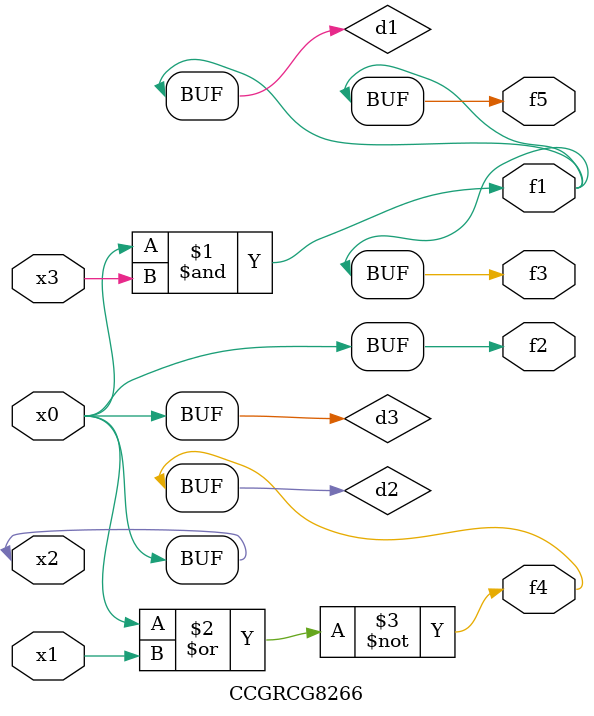
<source format=v>
module CCGRCG8266(
	input x0, x1, x2, x3,
	output f1, f2, f3, f4, f5
);

	wire d1, d2, d3;

	and (d1, x2, x3);
	nor (d2, x0, x1);
	buf (d3, x0, x2);
	assign f1 = d1;
	assign f2 = d3;
	assign f3 = d1;
	assign f4 = d2;
	assign f5 = d1;
endmodule

</source>
